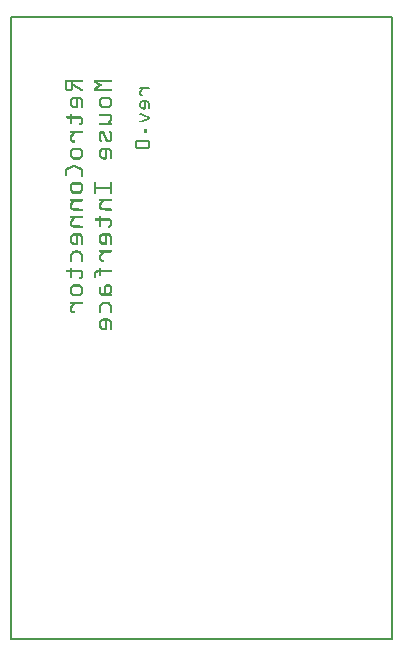
<source format=gbo>
G04 MADE WITH FRITZING*
G04 WWW.FRITZING.ORG*
G04 DOUBLE SIDED*
G04 HOLES PLATED*
G04 CONTOUR ON CENTER OF CONTOUR VECTOR*
%ASAXBY*%
%FSLAX23Y23*%
%MOIN*%
%OFA0B0*%
%SFA1.0B1.0*%
%ADD10R,1.278810X2.082280X1.262810X2.066280*%
%ADD11C,0.008000*%
%ADD12R,0.001000X0.001000*%
%LNSILK0*%
G90*
G70*
G54D11*
X4Y2078D02*
X1275Y2078D01*
X1275Y4D01*
X4Y4D01*
X4Y2078D01*
D02*
G54D12*
X185Y1869D02*
X242Y1869D01*
X281Y1869D02*
X340Y1869D01*
X185Y1868D02*
X244Y1868D01*
X281Y1868D02*
X341Y1868D01*
X185Y1867D02*
X245Y1867D01*
X281Y1867D02*
X341Y1867D01*
X185Y1866D02*
X245Y1866D01*
X281Y1866D02*
X342Y1866D01*
X185Y1865D02*
X245Y1865D01*
X281Y1865D02*
X342Y1865D01*
X185Y1864D02*
X245Y1864D01*
X281Y1864D02*
X341Y1864D01*
X185Y1863D02*
X244Y1863D01*
X281Y1863D02*
X340Y1863D01*
X185Y1862D02*
X243Y1862D01*
X281Y1862D02*
X338Y1862D01*
X185Y1861D02*
X192Y1861D01*
X205Y1861D02*
X212Y1861D01*
X281Y1861D02*
X293Y1861D01*
X185Y1860D02*
X192Y1860D01*
X205Y1860D02*
X212Y1860D01*
X281Y1860D02*
X294Y1860D01*
X185Y1859D02*
X192Y1859D01*
X205Y1859D02*
X212Y1859D01*
X283Y1859D02*
X296Y1859D01*
X185Y1858D02*
X192Y1858D01*
X205Y1858D02*
X212Y1858D01*
X284Y1858D02*
X297Y1858D01*
X185Y1857D02*
X192Y1857D01*
X205Y1857D02*
X212Y1857D01*
X286Y1857D02*
X298Y1857D01*
X185Y1856D02*
X192Y1856D01*
X205Y1856D02*
X212Y1856D01*
X287Y1856D02*
X300Y1856D01*
X185Y1855D02*
X192Y1855D01*
X205Y1855D02*
X213Y1855D01*
X288Y1855D02*
X301Y1855D01*
X185Y1854D02*
X192Y1854D01*
X205Y1854D02*
X215Y1854D01*
X290Y1854D02*
X306Y1854D01*
X185Y1853D02*
X192Y1853D01*
X205Y1853D02*
X217Y1853D01*
X291Y1853D02*
X307Y1853D01*
X185Y1852D02*
X192Y1852D01*
X205Y1852D02*
X218Y1852D01*
X293Y1852D02*
X308Y1852D01*
X185Y1851D02*
X192Y1851D01*
X205Y1851D02*
X220Y1851D01*
X294Y1851D02*
X308Y1851D01*
X185Y1850D02*
X192Y1850D01*
X205Y1850D02*
X222Y1850D01*
X295Y1850D02*
X308Y1850D01*
X185Y1849D02*
X192Y1849D01*
X205Y1849D02*
X223Y1849D01*
X293Y1849D02*
X308Y1849D01*
X185Y1848D02*
X192Y1848D01*
X205Y1848D02*
X225Y1848D01*
X292Y1848D02*
X307Y1848D01*
X185Y1847D02*
X192Y1847D01*
X205Y1847D02*
X227Y1847D01*
X290Y1847D02*
X306Y1847D01*
X185Y1846D02*
X192Y1846D01*
X205Y1846D02*
X212Y1846D01*
X214Y1846D02*
X229Y1846D01*
X289Y1846D02*
X302Y1846D01*
X185Y1845D02*
X192Y1845D01*
X205Y1845D02*
X212Y1845D01*
X215Y1845D02*
X230Y1845D01*
X288Y1845D02*
X300Y1845D01*
X185Y1844D02*
X192Y1844D01*
X205Y1844D02*
X212Y1844D01*
X217Y1844D02*
X232Y1844D01*
X286Y1844D02*
X299Y1844D01*
X185Y1843D02*
X192Y1843D01*
X205Y1843D02*
X212Y1843D01*
X219Y1843D02*
X234Y1843D01*
X285Y1843D02*
X298Y1843D01*
X434Y1843D02*
X465Y1843D01*
X185Y1842D02*
X192Y1842D01*
X205Y1842D02*
X212Y1842D01*
X221Y1842D02*
X235Y1842D01*
X283Y1842D02*
X296Y1842D01*
X433Y1842D02*
X466Y1842D01*
X185Y1841D02*
X192Y1841D01*
X204Y1841D02*
X211Y1841D01*
X222Y1841D02*
X237Y1841D01*
X282Y1841D02*
X295Y1841D01*
X433Y1841D02*
X466Y1841D01*
X185Y1840D02*
X192Y1840D01*
X204Y1840D02*
X211Y1840D01*
X224Y1840D02*
X239Y1840D01*
X281Y1840D02*
X293Y1840D01*
X433Y1840D02*
X466Y1840D01*
X185Y1839D02*
X193Y1839D01*
X203Y1839D02*
X211Y1839D01*
X226Y1839D02*
X241Y1839D01*
X281Y1839D02*
X292Y1839D01*
X434Y1839D02*
X465Y1839D01*
X185Y1838D02*
X211Y1838D01*
X227Y1838D02*
X242Y1838D01*
X281Y1838D02*
X340Y1838D01*
X435Y1838D02*
X464Y1838D01*
X186Y1837D02*
X210Y1837D01*
X229Y1837D02*
X244Y1837D01*
X281Y1837D02*
X341Y1837D01*
X439Y1837D02*
X446Y1837D01*
X186Y1836D02*
X210Y1836D01*
X231Y1836D02*
X244Y1836D01*
X281Y1836D02*
X341Y1836D01*
X438Y1836D02*
X445Y1836D01*
X187Y1835D02*
X209Y1835D01*
X233Y1835D02*
X245Y1835D01*
X281Y1835D02*
X342Y1835D01*
X437Y1835D02*
X444Y1835D01*
X188Y1834D02*
X208Y1834D01*
X234Y1834D02*
X245Y1834D01*
X281Y1834D02*
X342Y1834D01*
X436Y1834D02*
X443Y1834D01*
X189Y1833D02*
X207Y1833D01*
X236Y1833D02*
X245Y1833D01*
X281Y1833D02*
X341Y1833D01*
X435Y1833D02*
X442Y1833D01*
X190Y1832D02*
X206Y1832D01*
X238Y1832D02*
X244Y1832D01*
X281Y1832D02*
X341Y1832D01*
X435Y1832D02*
X442Y1832D01*
X192Y1831D02*
X204Y1831D01*
X239Y1831D02*
X243Y1831D01*
X281Y1831D02*
X339Y1831D01*
X434Y1831D02*
X441Y1831D01*
X433Y1830D02*
X440Y1830D01*
X433Y1829D02*
X439Y1829D01*
X433Y1828D02*
X438Y1828D01*
X433Y1827D02*
X438Y1827D01*
X433Y1826D02*
X438Y1826D01*
X433Y1825D02*
X438Y1825D01*
X433Y1824D02*
X438Y1824D01*
X433Y1823D02*
X438Y1823D01*
X433Y1822D02*
X438Y1822D01*
X433Y1821D02*
X439Y1821D01*
X433Y1820D02*
X440Y1820D01*
X434Y1819D02*
X445Y1819D01*
X434Y1818D02*
X445Y1818D01*
X435Y1817D02*
X446Y1817D01*
X436Y1816D02*
X445Y1816D01*
X438Y1815D02*
X445Y1815D01*
X440Y1814D02*
X444Y1814D01*
X213Y1812D02*
X234Y1812D01*
X308Y1812D02*
X332Y1812D01*
X210Y1811D02*
X236Y1811D01*
X306Y1811D02*
X334Y1811D01*
X208Y1810D02*
X238Y1810D01*
X305Y1810D02*
X335Y1810D01*
X207Y1809D02*
X239Y1809D01*
X303Y1809D02*
X336Y1809D01*
X206Y1808D02*
X240Y1808D01*
X303Y1808D02*
X337Y1808D01*
X205Y1807D02*
X241Y1807D01*
X302Y1807D02*
X338Y1807D01*
X205Y1806D02*
X242Y1806D01*
X301Y1806D02*
X339Y1806D01*
X204Y1805D02*
X242Y1805D01*
X300Y1805D02*
X340Y1805D01*
X203Y1804D02*
X213Y1804D01*
X221Y1804D02*
X228Y1804D01*
X233Y1804D02*
X243Y1804D01*
X299Y1804D02*
X309Y1804D01*
X331Y1804D02*
X340Y1804D01*
X202Y1803D02*
X211Y1803D01*
X221Y1803D02*
X228Y1803D01*
X235Y1803D02*
X244Y1803D01*
X299Y1803D02*
X308Y1803D01*
X332Y1803D02*
X341Y1803D01*
X202Y1802D02*
X211Y1802D01*
X221Y1802D02*
X228Y1802D01*
X236Y1802D02*
X244Y1802D01*
X299Y1802D02*
X307Y1802D01*
X333Y1802D02*
X341Y1802D01*
X202Y1801D02*
X210Y1801D01*
X221Y1801D02*
X228Y1801D01*
X236Y1801D02*
X244Y1801D01*
X298Y1801D02*
X306Y1801D01*
X334Y1801D02*
X341Y1801D01*
X201Y1800D02*
X209Y1800D01*
X221Y1800D02*
X228Y1800D01*
X237Y1800D02*
X245Y1800D01*
X298Y1800D02*
X305Y1800D01*
X334Y1800D02*
X342Y1800D01*
X442Y1800D02*
X457Y1800D01*
X201Y1799D02*
X208Y1799D01*
X221Y1799D02*
X228Y1799D01*
X238Y1799D02*
X245Y1799D01*
X298Y1799D02*
X305Y1799D01*
X335Y1799D02*
X342Y1799D01*
X440Y1799D02*
X460Y1799D01*
X201Y1798D02*
X208Y1798D01*
X221Y1798D02*
X228Y1798D01*
X238Y1798D02*
X245Y1798D01*
X298Y1798D02*
X305Y1798D01*
X335Y1798D02*
X342Y1798D01*
X438Y1798D02*
X461Y1798D01*
X201Y1797D02*
X208Y1797D01*
X221Y1797D02*
X228Y1797D01*
X238Y1797D02*
X245Y1797D01*
X298Y1797D02*
X305Y1797D01*
X335Y1797D02*
X342Y1797D01*
X437Y1797D02*
X462Y1797D01*
X201Y1796D02*
X208Y1796D01*
X221Y1796D02*
X228Y1796D01*
X238Y1796D02*
X245Y1796D01*
X298Y1796D02*
X305Y1796D01*
X335Y1796D02*
X342Y1796D01*
X436Y1796D02*
X463Y1796D01*
X201Y1795D02*
X208Y1795D01*
X221Y1795D02*
X228Y1795D01*
X238Y1795D02*
X245Y1795D01*
X298Y1795D02*
X305Y1795D01*
X335Y1795D02*
X342Y1795D01*
X435Y1795D02*
X464Y1795D01*
X201Y1794D02*
X208Y1794D01*
X221Y1794D02*
X228Y1794D01*
X238Y1794D02*
X245Y1794D01*
X298Y1794D02*
X305Y1794D01*
X335Y1794D02*
X342Y1794D01*
X434Y1794D02*
X443Y1794D01*
X448Y1794D02*
X454Y1794D01*
X456Y1794D02*
X465Y1794D01*
X201Y1793D02*
X208Y1793D01*
X221Y1793D02*
X228Y1793D01*
X238Y1793D02*
X245Y1793D01*
X298Y1793D02*
X305Y1793D01*
X335Y1793D02*
X342Y1793D01*
X434Y1793D02*
X441Y1793D01*
X448Y1793D02*
X453Y1793D01*
X459Y1793D02*
X465Y1793D01*
X201Y1792D02*
X208Y1792D01*
X221Y1792D02*
X228Y1792D01*
X238Y1792D02*
X245Y1792D01*
X298Y1792D02*
X305Y1792D01*
X335Y1792D02*
X342Y1792D01*
X433Y1792D02*
X440Y1792D01*
X448Y1792D02*
X453Y1792D01*
X459Y1792D02*
X466Y1792D01*
X201Y1791D02*
X208Y1791D01*
X221Y1791D02*
X228Y1791D01*
X238Y1791D02*
X245Y1791D01*
X298Y1791D02*
X305Y1791D01*
X335Y1791D02*
X342Y1791D01*
X433Y1791D02*
X439Y1791D01*
X448Y1791D02*
X453Y1791D01*
X460Y1791D02*
X466Y1791D01*
X201Y1790D02*
X208Y1790D01*
X221Y1790D02*
X228Y1790D01*
X238Y1790D02*
X245Y1790D01*
X298Y1790D02*
X305Y1790D01*
X335Y1790D02*
X342Y1790D01*
X433Y1790D02*
X438Y1790D01*
X448Y1790D02*
X453Y1790D01*
X461Y1790D02*
X466Y1790D01*
X201Y1789D02*
X208Y1789D01*
X221Y1789D02*
X228Y1789D01*
X238Y1789D02*
X245Y1789D01*
X298Y1789D02*
X305Y1789D01*
X335Y1789D02*
X342Y1789D01*
X433Y1789D02*
X438Y1789D01*
X448Y1789D02*
X453Y1789D01*
X461Y1789D02*
X466Y1789D01*
X201Y1788D02*
X208Y1788D01*
X221Y1788D02*
X228Y1788D01*
X238Y1788D02*
X245Y1788D01*
X298Y1788D02*
X305Y1788D01*
X335Y1788D02*
X342Y1788D01*
X433Y1788D02*
X438Y1788D01*
X448Y1788D02*
X453Y1788D01*
X461Y1788D02*
X466Y1788D01*
X201Y1787D02*
X208Y1787D01*
X221Y1787D02*
X228Y1787D01*
X238Y1787D02*
X245Y1787D01*
X298Y1787D02*
X305Y1787D01*
X334Y1787D02*
X342Y1787D01*
X433Y1787D02*
X438Y1787D01*
X448Y1787D02*
X453Y1787D01*
X461Y1787D02*
X466Y1787D01*
X201Y1786D02*
X209Y1786D01*
X221Y1786D02*
X228Y1786D01*
X238Y1786D02*
X245Y1786D01*
X298Y1786D02*
X306Y1786D01*
X334Y1786D02*
X341Y1786D01*
X433Y1786D02*
X438Y1786D01*
X448Y1786D02*
X453Y1786D01*
X461Y1786D02*
X466Y1786D01*
X202Y1785D02*
X209Y1785D01*
X221Y1785D02*
X228Y1785D01*
X238Y1785D02*
X245Y1785D01*
X299Y1785D02*
X306Y1785D01*
X333Y1785D02*
X341Y1785D01*
X433Y1785D02*
X438Y1785D01*
X448Y1785D02*
X453Y1785D01*
X461Y1785D02*
X466Y1785D01*
X202Y1784D02*
X210Y1784D01*
X221Y1784D02*
X228Y1784D01*
X238Y1784D02*
X245Y1784D01*
X299Y1784D02*
X307Y1784D01*
X332Y1784D02*
X341Y1784D01*
X433Y1784D02*
X438Y1784D01*
X448Y1784D02*
X453Y1784D01*
X461Y1784D02*
X466Y1784D01*
X202Y1783D02*
X211Y1783D01*
X221Y1783D02*
X228Y1783D01*
X238Y1783D02*
X245Y1783D01*
X299Y1783D02*
X308Y1783D01*
X331Y1783D02*
X340Y1783D01*
X433Y1783D02*
X438Y1783D01*
X448Y1783D02*
X453Y1783D01*
X461Y1783D02*
X466Y1783D01*
X203Y1782D02*
X212Y1782D01*
X221Y1782D02*
X228Y1782D01*
X238Y1782D02*
X245Y1782D01*
X300Y1782D02*
X310Y1782D01*
X330Y1782D02*
X340Y1782D01*
X433Y1782D02*
X438Y1782D01*
X448Y1782D02*
X453Y1782D01*
X461Y1782D02*
X466Y1782D01*
X204Y1781D02*
X228Y1781D01*
X238Y1781D02*
X245Y1781D01*
X301Y1781D02*
X339Y1781D01*
X433Y1781D02*
X438Y1781D01*
X448Y1781D02*
X453Y1781D01*
X461Y1781D02*
X466Y1781D01*
X204Y1780D02*
X228Y1780D01*
X238Y1780D02*
X245Y1780D01*
X302Y1780D02*
X338Y1780D01*
X433Y1780D02*
X438Y1780D01*
X448Y1780D02*
X453Y1780D01*
X461Y1780D02*
X466Y1780D01*
X205Y1779D02*
X228Y1779D01*
X238Y1779D02*
X245Y1779D01*
X302Y1779D02*
X337Y1779D01*
X433Y1779D02*
X439Y1779D01*
X448Y1779D02*
X453Y1779D01*
X461Y1779D02*
X466Y1779D01*
X206Y1778D02*
X228Y1778D01*
X238Y1778D02*
X245Y1778D01*
X303Y1778D02*
X336Y1778D01*
X433Y1778D02*
X440Y1778D01*
X448Y1778D02*
X453Y1778D01*
X461Y1778D02*
X466Y1778D01*
X207Y1777D02*
X228Y1777D01*
X238Y1777D02*
X245Y1777D01*
X304Y1777D02*
X335Y1777D01*
X434Y1777D02*
X441Y1777D01*
X448Y1777D02*
X453Y1777D01*
X461Y1777D02*
X466Y1777D01*
X208Y1776D02*
X228Y1776D01*
X238Y1776D02*
X245Y1776D01*
X305Y1776D02*
X334Y1776D01*
X435Y1776D02*
X453Y1776D01*
X461Y1776D02*
X466Y1776D01*
X209Y1775D02*
X227Y1775D01*
X239Y1775D02*
X244Y1775D01*
X307Y1775D02*
X333Y1775D01*
X435Y1775D02*
X453Y1775D01*
X461Y1775D02*
X466Y1775D01*
X211Y1774D02*
X226Y1774D01*
X240Y1774D02*
X243Y1774D01*
X310Y1774D02*
X330Y1774D01*
X436Y1774D02*
X453Y1774D01*
X461Y1774D02*
X466Y1774D01*
X437Y1773D02*
X453Y1773D01*
X461Y1773D02*
X466Y1773D01*
X438Y1772D02*
X453Y1772D01*
X461Y1772D02*
X466Y1772D01*
X440Y1771D02*
X452Y1771D01*
X462Y1771D02*
X465Y1771D01*
X444Y1770D02*
X450Y1770D01*
X302Y1756D02*
X302Y1756D01*
X435Y1756D02*
X442Y1756D01*
X203Y1755D02*
X206Y1755D01*
X299Y1755D02*
X331Y1755D01*
X433Y1755D02*
X444Y1755D01*
X202Y1754D02*
X207Y1754D01*
X299Y1754D02*
X335Y1754D01*
X433Y1754D02*
X446Y1754D01*
X202Y1753D02*
X208Y1753D01*
X298Y1753D02*
X337Y1753D01*
X433Y1753D02*
X448Y1753D01*
X201Y1752D02*
X208Y1752D01*
X298Y1752D02*
X338Y1752D01*
X433Y1752D02*
X451Y1752D01*
X201Y1751D02*
X208Y1751D01*
X298Y1751D02*
X339Y1751D01*
X434Y1751D02*
X453Y1751D01*
X201Y1750D02*
X208Y1750D01*
X299Y1750D02*
X340Y1750D01*
X441Y1750D02*
X455Y1750D01*
X201Y1749D02*
X208Y1749D01*
X300Y1749D02*
X340Y1749D01*
X443Y1749D02*
X458Y1749D01*
X201Y1748D02*
X208Y1748D01*
X306Y1748D02*
X341Y1748D01*
X446Y1748D02*
X460Y1748D01*
X190Y1747D02*
X237Y1747D01*
X332Y1747D02*
X341Y1747D01*
X448Y1747D02*
X462Y1747D01*
X189Y1746D02*
X239Y1746D01*
X334Y1746D02*
X341Y1746D01*
X450Y1746D02*
X464Y1746D01*
X188Y1745D02*
X241Y1745D01*
X334Y1745D02*
X342Y1745D01*
X453Y1745D02*
X466Y1745D01*
X188Y1744D02*
X242Y1744D01*
X335Y1744D02*
X342Y1744D01*
X455Y1744D02*
X466Y1744D01*
X188Y1743D02*
X242Y1743D01*
X335Y1743D02*
X342Y1743D01*
X457Y1743D02*
X466Y1743D01*
X188Y1742D02*
X243Y1742D01*
X335Y1742D02*
X342Y1742D01*
X459Y1742D02*
X466Y1742D01*
X189Y1741D02*
X244Y1741D01*
X335Y1741D02*
X342Y1741D01*
X460Y1741D02*
X466Y1741D01*
X191Y1740D02*
X244Y1740D01*
X335Y1740D02*
X342Y1740D01*
X458Y1740D02*
X466Y1740D01*
X201Y1739D02*
X208Y1739D01*
X236Y1739D02*
X245Y1739D01*
X335Y1739D02*
X342Y1739D01*
X456Y1739D02*
X466Y1739D01*
X201Y1738D02*
X208Y1738D01*
X237Y1738D02*
X245Y1738D01*
X335Y1738D02*
X342Y1738D01*
X453Y1738D02*
X466Y1738D01*
X201Y1737D02*
X208Y1737D01*
X238Y1737D02*
X245Y1737D01*
X334Y1737D02*
X342Y1737D01*
X451Y1737D02*
X465Y1737D01*
X201Y1736D02*
X208Y1736D01*
X238Y1736D02*
X245Y1736D01*
X334Y1736D02*
X341Y1736D01*
X449Y1736D02*
X463Y1736D01*
X201Y1735D02*
X208Y1735D01*
X238Y1735D02*
X245Y1735D01*
X333Y1735D02*
X341Y1735D01*
X446Y1735D02*
X461Y1735D01*
X201Y1734D02*
X208Y1734D01*
X238Y1734D02*
X245Y1734D01*
X332Y1734D02*
X341Y1734D01*
X444Y1734D02*
X458Y1734D01*
X201Y1733D02*
X208Y1733D01*
X238Y1733D02*
X245Y1733D01*
X332Y1733D02*
X340Y1733D01*
X442Y1733D02*
X456Y1733D01*
X201Y1732D02*
X208Y1732D01*
X238Y1732D02*
X245Y1732D01*
X331Y1732D02*
X340Y1732D01*
X435Y1732D02*
X454Y1732D01*
X201Y1731D02*
X208Y1731D01*
X238Y1731D02*
X245Y1731D01*
X331Y1731D02*
X339Y1731D01*
X433Y1731D02*
X452Y1731D01*
X201Y1730D02*
X208Y1730D01*
X238Y1730D02*
X245Y1730D01*
X330Y1730D02*
X338Y1730D01*
X433Y1730D02*
X449Y1730D01*
X201Y1729D02*
X208Y1729D01*
X238Y1729D02*
X245Y1729D01*
X329Y1729D02*
X338Y1729D01*
X433Y1729D02*
X447Y1729D01*
X201Y1728D02*
X208Y1728D01*
X238Y1728D02*
X245Y1728D01*
X329Y1728D02*
X337Y1728D01*
X433Y1728D02*
X445Y1728D01*
X201Y1727D02*
X208Y1727D01*
X238Y1727D02*
X245Y1727D01*
X328Y1727D02*
X336Y1727D01*
X434Y1727D02*
X442Y1727D01*
X201Y1726D02*
X208Y1726D01*
X237Y1726D02*
X245Y1726D01*
X327Y1726D02*
X336Y1726D01*
X201Y1725D02*
X208Y1725D01*
X236Y1725D02*
X244Y1725D01*
X327Y1725D02*
X335Y1725D01*
X201Y1724D02*
X208Y1724D01*
X234Y1724D02*
X244Y1724D01*
X300Y1724D02*
X340Y1724D01*
X201Y1723D02*
X208Y1723D01*
X233Y1723D02*
X244Y1723D01*
X299Y1723D02*
X341Y1723D01*
X202Y1722D02*
X207Y1722D01*
X232Y1722D02*
X243Y1722D01*
X298Y1722D02*
X341Y1722D01*
X203Y1721D02*
X206Y1721D01*
X231Y1721D02*
X242Y1721D01*
X298Y1721D02*
X342Y1721D01*
X231Y1720D02*
X242Y1720D01*
X298Y1720D02*
X342Y1720D01*
X232Y1719D02*
X240Y1719D01*
X299Y1719D02*
X341Y1719D01*
X232Y1718D02*
X239Y1718D01*
X299Y1718D02*
X340Y1718D01*
X233Y1717D02*
X237Y1717D01*
X301Y1717D02*
X339Y1717D01*
X450Y1703D02*
X457Y1703D01*
X449Y1702D02*
X458Y1702D01*
X448Y1701D02*
X458Y1701D01*
X448Y1700D02*
X459Y1700D01*
X335Y1699D02*
X335Y1699D01*
X448Y1699D02*
X459Y1699D01*
X203Y1698D02*
X243Y1698D01*
X306Y1698D02*
X309Y1698D01*
X333Y1698D02*
X337Y1698D01*
X448Y1698D02*
X459Y1698D01*
X202Y1697D02*
X244Y1697D01*
X303Y1697D02*
X311Y1697D01*
X332Y1697D02*
X338Y1697D01*
X448Y1697D02*
X459Y1697D01*
X202Y1696D02*
X245Y1696D01*
X302Y1696D02*
X313Y1696D01*
X332Y1696D02*
X339Y1696D01*
X448Y1696D02*
X459Y1696D01*
X201Y1695D02*
X245Y1695D01*
X301Y1695D02*
X314Y1695D01*
X331Y1695D02*
X339Y1695D01*
X448Y1695D02*
X459Y1695D01*
X201Y1694D02*
X245Y1694D01*
X300Y1694D02*
X315Y1694D01*
X332Y1694D02*
X340Y1694D01*
X448Y1694D02*
X458Y1694D01*
X202Y1693D02*
X245Y1693D01*
X299Y1693D02*
X316Y1693D01*
X332Y1693D02*
X340Y1693D01*
X449Y1693D02*
X458Y1693D01*
X202Y1692D02*
X244Y1692D01*
X299Y1692D02*
X316Y1692D01*
X333Y1692D02*
X341Y1692D01*
X450Y1692D02*
X457Y1692D01*
X204Y1691D02*
X242Y1691D01*
X298Y1691D02*
X317Y1691D01*
X333Y1691D02*
X341Y1691D01*
X209Y1690D02*
X219Y1690D01*
X298Y1690D02*
X306Y1690D01*
X309Y1690D02*
X317Y1690D01*
X334Y1690D02*
X341Y1690D01*
X208Y1689D02*
X218Y1689D01*
X298Y1689D02*
X305Y1689D01*
X310Y1689D02*
X318Y1689D01*
X334Y1689D02*
X342Y1689D01*
X208Y1688D02*
X217Y1688D01*
X298Y1688D02*
X305Y1688D01*
X311Y1688D02*
X318Y1688D01*
X335Y1688D02*
X342Y1688D01*
X207Y1687D02*
X216Y1687D01*
X298Y1687D02*
X305Y1687D01*
X311Y1687D02*
X319Y1687D01*
X335Y1687D02*
X342Y1687D01*
X206Y1686D02*
X215Y1686D01*
X298Y1686D02*
X305Y1686D01*
X311Y1686D02*
X319Y1686D01*
X335Y1686D02*
X342Y1686D01*
X205Y1685D02*
X215Y1685D01*
X298Y1685D02*
X305Y1685D01*
X312Y1685D02*
X319Y1685D01*
X335Y1685D02*
X342Y1685D01*
X204Y1684D02*
X214Y1684D01*
X298Y1684D02*
X305Y1684D01*
X312Y1684D02*
X320Y1684D01*
X335Y1684D02*
X342Y1684D01*
X203Y1683D02*
X213Y1683D01*
X298Y1683D02*
X305Y1683D01*
X313Y1683D02*
X320Y1683D01*
X335Y1683D02*
X342Y1683D01*
X202Y1682D02*
X212Y1682D01*
X298Y1682D02*
X305Y1682D01*
X313Y1682D02*
X321Y1682D01*
X335Y1682D02*
X342Y1682D01*
X202Y1681D02*
X211Y1681D01*
X298Y1681D02*
X305Y1681D01*
X314Y1681D02*
X321Y1681D01*
X335Y1681D02*
X342Y1681D01*
X201Y1680D02*
X210Y1680D01*
X298Y1680D02*
X305Y1680D01*
X314Y1680D02*
X322Y1680D01*
X335Y1680D02*
X342Y1680D01*
X201Y1679D02*
X209Y1679D01*
X298Y1679D02*
X305Y1679D01*
X314Y1679D02*
X322Y1679D01*
X335Y1679D02*
X342Y1679D01*
X201Y1678D02*
X209Y1678D01*
X298Y1678D02*
X305Y1678D01*
X315Y1678D02*
X322Y1678D01*
X335Y1678D02*
X342Y1678D01*
X201Y1677D02*
X208Y1677D01*
X298Y1677D02*
X305Y1677D01*
X315Y1677D02*
X323Y1677D01*
X335Y1677D02*
X342Y1677D01*
X201Y1676D02*
X208Y1676D01*
X298Y1676D02*
X305Y1676D01*
X316Y1676D02*
X323Y1676D01*
X335Y1676D02*
X342Y1676D01*
X201Y1675D02*
X208Y1675D01*
X298Y1675D02*
X305Y1675D01*
X316Y1675D02*
X324Y1675D01*
X335Y1675D02*
X342Y1675D01*
X201Y1674D02*
X208Y1674D01*
X298Y1674D02*
X305Y1674D01*
X317Y1674D02*
X324Y1674D01*
X335Y1674D02*
X342Y1674D01*
X201Y1673D02*
X208Y1673D01*
X298Y1673D02*
X305Y1673D01*
X317Y1673D02*
X325Y1673D01*
X335Y1673D02*
X342Y1673D01*
X201Y1672D02*
X208Y1672D01*
X298Y1672D02*
X305Y1672D01*
X317Y1672D02*
X325Y1672D01*
X335Y1672D02*
X342Y1672D01*
X201Y1671D02*
X208Y1671D01*
X298Y1671D02*
X305Y1671D01*
X318Y1671D02*
X326Y1671D01*
X335Y1671D02*
X342Y1671D01*
X201Y1670D02*
X208Y1670D01*
X298Y1670D02*
X305Y1670D01*
X318Y1670D02*
X326Y1670D01*
X334Y1670D02*
X341Y1670D01*
X201Y1669D02*
X209Y1669D01*
X298Y1669D02*
X306Y1669D01*
X319Y1669D02*
X327Y1669D01*
X333Y1669D02*
X341Y1669D01*
X202Y1668D02*
X210Y1668D01*
X298Y1668D02*
X307Y1668D01*
X319Y1668D02*
X341Y1668D01*
X423Y1668D02*
X463Y1668D01*
X202Y1667D02*
X216Y1667D01*
X299Y1667D02*
X307Y1667D01*
X320Y1667D02*
X341Y1667D01*
X422Y1667D02*
X464Y1667D01*
X202Y1666D02*
X217Y1666D01*
X299Y1666D02*
X308Y1666D01*
X320Y1666D02*
X340Y1666D01*
X421Y1666D02*
X465Y1666D01*
X203Y1665D02*
X218Y1665D01*
X300Y1665D02*
X308Y1665D01*
X321Y1665D02*
X339Y1665D01*
X421Y1665D02*
X466Y1665D01*
X204Y1664D02*
X218Y1664D01*
X300Y1664D02*
X308Y1664D01*
X322Y1664D02*
X339Y1664D01*
X420Y1664D02*
X466Y1664D01*
X205Y1663D02*
X218Y1663D01*
X301Y1663D02*
X308Y1663D01*
X323Y1663D02*
X337Y1663D01*
X420Y1663D02*
X466Y1663D01*
X206Y1662D02*
X218Y1662D01*
X302Y1662D02*
X307Y1662D01*
X324Y1662D02*
X336Y1662D01*
X420Y1662D02*
X425Y1662D01*
X461Y1662D02*
X466Y1662D01*
X207Y1661D02*
X217Y1661D01*
X304Y1661D02*
X305Y1661D01*
X326Y1661D02*
X334Y1661D01*
X420Y1661D02*
X425Y1661D01*
X461Y1661D02*
X466Y1661D01*
X209Y1660D02*
X216Y1660D01*
X420Y1660D02*
X425Y1660D01*
X461Y1660D02*
X466Y1660D01*
X420Y1659D02*
X425Y1659D01*
X461Y1659D02*
X466Y1659D01*
X420Y1658D02*
X425Y1658D01*
X461Y1658D02*
X466Y1658D01*
X420Y1657D02*
X425Y1657D01*
X461Y1657D02*
X466Y1657D01*
X420Y1656D02*
X425Y1656D01*
X461Y1656D02*
X466Y1656D01*
X420Y1655D02*
X425Y1655D01*
X461Y1655D02*
X466Y1655D01*
X420Y1654D02*
X425Y1654D01*
X461Y1654D02*
X466Y1654D01*
X420Y1653D02*
X425Y1653D01*
X461Y1653D02*
X466Y1653D01*
X420Y1652D02*
X425Y1652D01*
X461Y1652D02*
X466Y1652D01*
X420Y1651D02*
X425Y1651D01*
X461Y1651D02*
X466Y1651D01*
X420Y1650D02*
X425Y1650D01*
X461Y1650D02*
X466Y1650D01*
X420Y1649D02*
X425Y1649D01*
X461Y1649D02*
X466Y1649D01*
X420Y1648D02*
X425Y1648D01*
X461Y1648D02*
X466Y1648D01*
X420Y1647D02*
X425Y1647D01*
X461Y1647D02*
X466Y1647D01*
X420Y1646D02*
X425Y1646D01*
X461Y1646D02*
X466Y1646D01*
X420Y1645D02*
X425Y1645D01*
X461Y1645D02*
X466Y1645D01*
X420Y1644D02*
X466Y1644D01*
X420Y1643D02*
X466Y1643D01*
X310Y1642D02*
X330Y1642D01*
X421Y1642D02*
X465Y1642D01*
X212Y1641D02*
X235Y1641D01*
X307Y1641D02*
X333Y1641D01*
X421Y1641D02*
X465Y1641D01*
X210Y1640D02*
X237Y1640D01*
X306Y1640D02*
X334Y1640D01*
X423Y1640D02*
X464Y1640D01*
X208Y1639D02*
X238Y1639D01*
X304Y1639D02*
X336Y1639D01*
X424Y1639D02*
X462Y1639D01*
X207Y1638D02*
X239Y1638D01*
X303Y1638D02*
X337Y1638D01*
X206Y1637D02*
X240Y1637D01*
X302Y1637D02*
X337Y1637D01*
X205Y1636D02*
X241Y1636D01*
X302Y1636D02*
X338Y1636D01*
X204Y1635D02*
X242Y1635D01*
X301Y1635D02*
X339Y1635D01*
X204Y1634D02*
X243Y1634D01*
X300Y1634D02*
X310Y1634D01*
X318Y1634D02*
X325Y1634D01*
X330Y1634D02*
X340Y1634D01*
X203Y1633D02*
X212Y1633D01*
X234Y1633D02*
X243Y1633D01*
X299Y1633D02*
X308Y1633D01*
X318Y1633D02*
X325Y1633D01*
X331Y1633D02*
X340Y1633D01*
X202Y1632D02*
X211Y1632D01*
X235Y1632D02*
X244Y1632D01*
X299Y1632D02*
X307Y1632D01*
X318Y1632D02*
X325Y1632D01*
X332Y1632D02*
X341Y1632D01*
X202Y1631D02*
X210Y1631D01*
X236Y1631D02*
X244Y1631D01*
X299Y1631D02*
X307Y1631D01*
X318Y1631D02*
X325Y1631D01*
X333Y1631D02*
X341Y1631D01*
X202Y1630D02*
X209Y1630D01*
X237Y1630D02*
X244Y1630D01*
X298Y1630D02*
X306Y1630D01*
X318Y1630D02*
X325Y1630D01*
X334Y1630D02*
X341Y1630D01*
X201Y1629D02*
X209Y1629D01*
X237Y1629D02*
X245Y1629D01*
X298Y1629D02*
X305Y1629D01*
X318Y1629D02*
X325Y1629D01*
X334Y1629D02*
X342Y1629D01*
X201Y1628D02*
X208Y1628D01*
X238Y1628D02*
X245Y1628D01*
X298Y1628D02*
X305Y1628D01*
X318Y1628D02*
X325Y1628D01*
X335Y1628D02*
X342Y1628D01*
X201Y1627D02*
X208Y1627D01*
X238Y1627D02*
X245Y1627D01*
X298Y1627D02*
X305Y1627D01*
X318Y1627D02*
X325Y1627D01*
X335Y1627D02*
X342Y1627D01*
X201Y1626D02*
X208Y1626D01*
X238Y1626D02*
X245Y1626D01*
X298Y1626D02*
X305Y1626D01*
X318Y1626D02*
X325Y1626D01*
X335Y1626D02*
X342Y1626D01*
X201Y1625D02*
X208Y1625D01*
X238Y1625D02*
X245Y1625D01*
X298Y1625D02*
X305Y1625D01*
X318Y1625D02*
X325Y1625D01*
X335Y1625D02*
X342Y1625D01*
X201Y1624D02*
X208Y1624D01*
X238Y1624D02*
X245Y1624D01*
X298Y1624D02*
X305Y1624D01*
X318Y1624D02*
X325Y1624D01*
X335Y1624D02*
X342Y1624D01*
X201Y1623D02*
X208Y1623D01*
X238Y1623D02*
X245Y1623D01*
X298Y1623D02*
X305Y1623D01*
X318Y1623D02*
X325Y1623D01*
X335Y1623D02*
X342Y1623D01*
X201Y1622D02*
X208Y1622D01*
X238Y1622D02*
X245Y1622D01*
X298Y1622D02*
X305Y1622D01*
X318Y1622D02*
X325Y1622D01*
X335Y1622D02*
X342Y1622D01*
X201Y1621D02*
X208Y1621D01*
X238Y1621D02*
X245Y1621D01*
X298Y1621D02*
X305Y1621D01*
X318Y1621D02*
X325Y1621D01*
X335Y1621D02*
X342Y1621D01*
X201Y1620D02*
X208Y1620D01*
X238Y1620D02*
X245Y1620D01*
X298Y1620D02*
X305Y1620D01*
X318Y1620D02*
X325Y1620D01*
X335Y1620D02*
X342Y1620D01*
X201Y1619D02*
X208Y1619D01*
X238Y1619D02*
X245Y1619D01*
X298Y1619D02*
X305Y1619D01*
X318Y1619D02*
X325Y1619D01*
X335Y1619D02*
X342Y1619D01*
X201Y1618D02*
X208Y1618D01*
X238Y1618D02*
X245Y1618D01*
X298Y1618D02*
X305Y1618D01*
X318Y1618D02*
X325Y1618D01*
X335Y1618D02*
X342Y1618D01*
X201Y1617D02*
X208Y1617D01*
X238Y1617D02*
X245Y1617D01*
X298Y1617D02*
X305Y1617D01*
X318Y1617D02*
X325Y1617D01*
X335Y1617D02*
X342Y1617D01*
X201Y1616D02*
X208Y1616D01*
X238Y1616D02*
X245Y1616D01*
X298Y1616D02*
X305Y1616D01*
X318Y1616D02*
X325Y1616D01*
X335Y1616D02*
X342Y1616D01*
X201Y1615D02*
X209Y1615D01*
X237Y1615D02*
X245Y1615D01*
X298Y1615D02*
X306Y1615D01*
X318Y1615D02*
X325Y1615D01*
X335Y1615D02*
X342Y1615D01*
X202Y1614D02*
X209Y1614D01*
X237Y1614D02*
X244Y1614D01*
X299Y1614D02*
X307Y1614D01*
X318Y1614D02*
X325Y1614D01*
X335Y1614D02*
X342Y1614D01*
X202Y1613D02*
X210Y1613D01*
X236Y1613D02*
X244Y1613D01*
X299Y1613D02*
X307Y1613D01*
X318Y1613D02*
X325Y1613D01*
X335Y1613D02*
X342Y1613D01*
X202Y1612D02*
X211Y1612D01*
X235Y1612D02*
X244Y1612D01*
X299Y1612D02*
X309Y1612D01*
X318Y1612D02*
X325Y1612D01*
X335Y1612D02*
X342Y1612D01*
X203Y1611D02*
X213Y1611D01*
X234Y1611D02*
X243Y1611D01*
X300Y1611D02*
X311Y1611D01*
X318Y1611D02*
X325Y1611D01*
X335Y1611D02*
X342Y1611D01*
X204Y1610D02*
X242Y1610D01*
X301Y1610D02*
X325Y1610D01*
X335Y1610D02*
X342Y1610D01*
X205Y1609D02*
X242Y1609D01*
X302Y1609D02*
X325Y1609D01*
X335Y1609D02*
X342Y1609D01*
X205Y1608D02*
X241Y1608D01*
X303Y1608D02*
X325Y1608D01*
X335Y1608D02*
X342Y1608D01*
X206Y1607D02*
X240Y1607D01*
X303Y1607D02*
X325Y1607D01*
X335Y1607D02*
X342Y1607D01*
X207Y1606D02*
X239Y1606D01*
X304Y1606D02*
X325Y1606D01*
X335Y1606D02*
X341Y1606D01*
X208Y1605D02*
X238Y1605D01*
X306Y1605D02*
X324Y1605D01*
X335Y1605D02*
X341Y1605D01*
X210Y1604D02*
X236Y1604D01*
X307Y1604D02*
X324Y1604D01*
X336Y1604D02*
X340Y1604D01*
X212Y1603D02*
X234Y1603D01*
X312Y1603D02*
X321Y1603D01*
X210Y1584D02*
X219Y1584D01*
X208Y1583D02*
X222Y1583D01*
X205Y1582D02*
X224Y1582D01*
X203Y1581D02*
X226Y1581D01*
X201Y1580D02*
X228Y1580D01*
X199Y1579D02*
X230Y1579D01*
X197Y1578D02*
X232Y1578D01*
X195Y1577D02*
X234Y1577D01*
X193Y1576D02*
X210Y1576D01*
X219Y1576D02*
X236Y1576D01*
X191Y1575D02*
X208Y1575D01*
X221Y1575D02*
X238Y1575D01*
X190Y1574D02*
X206Y1574D01*
X223Y1574D02*
X240Y1574D01*
X188Y1573D02*
X204Y1573D01*
X225Y1573D02*
X241Y1573D01*
X187Y1572D02*
X202Y1572D01*
X227Y1572D02*
X242Y1572D01*
X187Y1571D02*
X200Y1571D01*
X229Y1571D02*
X243Y1571D01*
X186Y1570D02*
X198Y1570D01*
X231Y1570D02*
X243Y1570D01*
X186Y1569D02*
X196Y1569D01*
X233Y1569D02*
X244Y1569D01*
X185Y1568D02*
X194Y1568D01*
X235Y1568D02*
X244Y1568D01*
X185Y1567D02*
X193Y1567D01*
X237Y1567D02*
X245Y1567D01*
X185Y1566D02*
X192Y1566D01*
X238Y1566D02*
X245Y1566D01*
X185Y1565D02*
X192Y1565D01*
X238Y1565D02*
X245Y1565D01*
X185Y1564D02*
X192Y1564D01*
X238Y1564D02*
X245Y1564D01*
X185Y1563D02*
X192Y1563D01*
X238Y1563D02*
X245Y1563D01*
X185Y1562D02*
X192Y1562D01*
X238Y1562D02*
X245Y1562D01*
X185Y1561D02*
X192Y1561D01*
X238Y1561D02*
X245Y1561D01*
X185Y1560D02*
X192Y1560D01*
X238Y1560D02*
X245Y1560D01*
X185Y1559D02*
X192Y1559D01*
X238Y1559D02*
X245Y1559D01*
X185Y1558D02*
X192Y1558D01*
X238Y1558D02*
X245Y1558D01*
X185Y1557D02*
X192Y1557D01*
X238Y1557D02*
X245Y1557D01*
X185Y1556D02*
X192Y1556D01*
X238Y1556D02*
X245Y1556D01*
X185Y1555D02*
X192Y1555D01*
X238Y1555D02*
X245Y1555D01*
X185Y1554D02*
X192Y1554D01*
X238Y1554D02*
X245Y1554D01*
X185Y1553D02*
X192Y1553D01*
X238Y1553D02*
X245Y1553D01*
X185Y1552D02*
X192Y1552D01*
X238Y1552D02*
X245Y1552D01*
X185Y1551D02*
X192Y1551D01*
X238Y1551D02*
X245Y1551D01*
X185Y1550D02*
X191Y1550D01*
X238Y1550D02*
X245Y1550D01*
X185Y1549D02*
X191Y1549D01*
X238Y1549D02*
X245Y1549D01*
X185Y1548D02*
X191Y1548D01*
X238Y1548D02*
X245Y1548D01*
X186Y1547D02*
X190Y1547D01*
X239Y1547D02*
X244Y1547D01*
X187Y1546D02*
X189Y1546D01*
X240Y1546D02*
X243Y1546D01*
X284Y1528D02*
X286Y1528D01*
X337Y1528D02*
X339Y1528D01*
X211Y1527D02*
X235Y1527D01*
X282Y1527D02*
X287Y1527D01*
X336Y1527D02*
X341Y1527D01*
X209Y1526D02*
X237Y1526D01*
X282Y1526D02*
X288Y1526D01*
X335Y1526D02*
X341Y1526D01*
X208Y1525D02*
X238Y1525D01*
X281Y1525D02*
X288Y1525D01*
X335Y1525D02*
X342Y1525D01*
X207Y1524D02*
X239Y1524D01*
X281Y1524D02*
X288Y1524D01*
X335Y1524D02*
X342Y1524D01*
X206Y1523D02*
X240Y1523D01*
X281Y1523D02*
X288Y1523D01*
X335Y1523D02*
X342Y1523D01*
X205Y1522D02*
X241Y1522D01*
X281Y1522D02*
X288Y1522D01*
X335Y1522D02*
X342Y1522D01*
X204Y1521D02*
X242Y1521D01*
X281Y1521D02*
X288Y1521D01*
X335Y1521D02*
X342Y1521D01*
X203Y1520D02*
X243Y1520D01*
X281Y1520D02*
X288Y1520D01*
X335Y1520D02*
X342Y1520D01*
X203Y1519D02*
X212Y1519D01*
X234Y1519D02*
X243Y1519D01*
X281Y1519D02*
X288Y1519D01*
X335Y1519D02*
X342Y1519D01*
X202Y1518D02*
X211Y1518D01*
X235Y1518D02*
X244Y1518D01*
X281Y1518D02*
X288Y1518D01*
X335Y1518D02*
X342Y1518D01*
X202Y1517D02*
X210Y1517D01*
X236Y1517D02*
X244Y1517D01*
X281Y1517D02*
X288Y1517D01*
X335Y1517D02*
X342Y1517D01*
X202Y1516D02*
X209Y1516D01*
X237Y1516D02*
X245Y1516D01*
X281Y1516D02*
X288Y1516D01*
X335Y1516D02*
X342Y1516D01*
X201Y1515D02*
X209Y1515D01*
X237Y1515D02*
X245Y1515D01*
X281Y1515D02*
X288Y1515D01*
X335Y1515D02*
X342Y1515D01*
X201Y1514D02*
X208Y1514D01*
X238Y1514D02*
X245Y1514D01*
X281Y1514D02*
X288Y1514D01*
X335Y1514D02*
X342Y1514D01*
X201Y1513D02*
X208Y1513D01*
X238Y1513D02*
X245Y1513D01*
X281Y1513D02*
X288Y1513D01*
X335Y1513D02*
X342Y1513D01*
X201Y1512D02*
X208Y1512D01*
X238Y1512D02*
X245Y1512D01*
X281Y1512D02*
X342Y1512D01*
X201Y1511D02*
X208Y1511D01*
X238Y1511D02*
X245Y1511D01*
X281Y1511D02*
X342Y1511D01*
X201Y1510D02*
X208Y1510D01*
X238Y1510D02*
X245Y1510D01*
X281Y1510D02*
X342Y1510D01*
X201Y1509D02*
X208Y1509D01*
X238Y1509D02*
X245Y1509D01*
X281Y1509D02*
X342Y1509D01*
X201Y1508D02*
X208Y1508D01*
X238Y1508D02*
X245Y1508D01*
X281Y1508D02*
X342Y1508D01*
X201Y1507D02*
X208Y1507D01*
X238Y1507D02*
X245Y1507D01*
X281Y1507D02*
X342Y1507D01*
X201Y1506D02*
X208Y1506D01*
X238Y1506D02*
X245Y1506D01*
X281Y1506D02*
X342Y1506D01*
X201Y1505D02*
X208Y1505D01*
X238Y1505D02*
X245Y1505D01*
X281Y1505D02*
X342Y1505D01*
X201Y1504D02*
X208Y1504D01*
X238Y1504D02*
X245Y1504D01*
X281Y1504D02*
X288Y1504D01*
X335Y1504D02*
X342Y1504D01*
X201Y1503D02*
X208Y1503D01*
X238Y1503D02*
X245Y1503D01*
X281Y1503D02*
X288Y1503D01*
X335Y1503D02*
X342Y1503D01*
X201Y1502D02*
X208Y1502D01*
X238Y1502D02*
X245Y1502D01*
X281Y1502D02*
X288Y1502D01*
X335Y1502D02*
X342Y1502D01*
X201Y1501D02*
X209Y1501D01*
X237Y1501D02*
X245Y1501D01*
X281Y1501D02*
X288Y1501D01*
X335Y1501D02*
X342Y1501D01*
X202Y1500D02*
X210Y1500D01*
X236Y1500D02*
X244Y1500D01*
X281Y1500D02*
X288Y1500D01*
X335Y1500D02*
X342Y1500D01*
X202Y1499D02*
X210Y1499D01*
X236Y1499D02*
X244Y1499D01*
X281Y1499D02*
X288Y1499D01*
X335Y1499D02*
X342Y1499D01*
X203Y1498D02*
X211Y1498D01*
X235Y1498D02*
X244Y1498D01*
X281Y1498D02*
X288Y1498D01*
X335Y1498D02*
X342Y1498D01*
X203Y1497D02*
X213Y1497D01*
X233Y1497D02*
X243Y1497D01*
X281Y1497D02*
X288Y1497D01*
X335Y1497D02*
X342Y1497D01*
X204Y1496D02*
X242Y1496D01*
X281Y1496D02*
X288Y1496D01*
X335Y1496D02*
X342Y1496D01*
X205Y1495D02*
X242Y1495D01*
X281Y1495D02*
X288Y1495D01*
X335Y1495D02*
X342Y1495D01*
X205Y1494D02*
X241Y1494D01*
X281Y1494D02*
X288Y1494D01*
X335Y1494D02*
X342Y1494D01*
X206Y1493D02*
X240Y1493D01*
X281Y1493D02*
X288Y1493D01*
X335Y1493D02*
X342Y1493D01*
X207Y1492D02*
X239Y1492D01*
X282Y1492D02*
X288Y1492D01*
X335Y1492D02*
X341Y1492D01*
X208Y1491D02*
X238Y1491D01*
X282Y1491D02*
X288Y1491D01*
X335Y1491D02*
X341Y1491D01*
X210Y1490D02*
X236Y1490D01*
X283Y1490D02*
X287Y1490D01*
X336Y1490D02*
X340Y1490D01*
X213Y1489D02*
X234Y1489D01*
X300Y1471D02*
X339Y1471D01*
X203Y1470D02*
X243Y1470D01*
X299Y1470D02*
X341Y1470D01*
X202Y1469D02*
X244Y1469D01*
X298Y1469D02*
X341Y1469D01*
X201Y1468D02*
X245Y1468D01*
X298Y1468D02*
X342Y1468D01*
X201Y1467D02*
X245Y1467D01*
X298Y1467D02*
X342Y1467D01*
X201Y1466D02*
X245Y1466D01*
X298Y1466D02*
X341Y1466D01*
X202Y1465D02*
X244Y1465D01*
X299Y1465D02*
X341Y1465D01*
X203Y1464D02*
X244Y1464D01*
X300Y1464D02*
X340Y1464D01*
X205Y1463D02*
X241Y1463D01*
X304Y1463D02*
X313Y1463D01*
X207Y1462D02*
X216Y1462D01*
X304Y1462D02*
X312Y1462D01*
X207Y1461D02*
X215Y1461D01*
X303Y1461D02*
X312Y1461D01*
X206Y1460D02*
X215Y1460D01*
X302Y1460D02*
X311Y1460D01*
X205Y1459D02*
X214Y1459D01*
X302Y1459D02*
X310Y1459D01*
X205Y1458D02*
X213Y1458D01*
X301Y1458D02*
X310Y1458D01*
X204Y1457D02*
X213Y1457D01*
X301Y1457D02*
X309Y1457D01*
X203Y1456D02*
X212Y1456D01*
X300Y1456D02*
X308Y1456D01*
X203Y1455D02*
X211Y1455D01*
X299Y1455D02*
X308Y1455D01*
X202Y1454D02*
X211Y1454D01*
X299Y1454D02*
X307Y1454D01*
X202Y1453D02*
X210Y1453D01*
X299Y1453D02*
X306Y1453D01*
X202Y1452D02*
X209Y1452D01*
X298Y1452D02*
X306Y1452D01*
X201Y1451D02*
X209Y1451D01*
X298Y1451D02*
X305Y1451D01*
X201Y1450D02*
X208Y1450D01*
X298Y1450D02*
X305Y1450D01*
X201Y1449D02*
X208Y1449D01*
X298Y1449D02*
X305Y1449D01*
X201Y1448D02*
X208Y1448D01*
X298Y1448D02*
X305Y1448D01*
X201Y1447D02*
X208Y1447D01*
X298Y1447D02*
X305Y1447D01*
X201Y1446D02*
X208Y1446D01*
X298Y1446D02*
X305Y1446D01*
X201Y1445D02*
X208Y1445D01*
X298Y1445D02*
X305Y1445D01*
X201Y1444D02*
X208Y1444D01*
X298Y1444D02*
X305Y1444D01*
X201Y1443D02*
X209Y1443D01*
X298Y1443D02*
X306Y1443D01*
X202Y1442D02*
X209Y1442D01*
X298Y1442D02*
X307Y1442D01*
X202Y1441D02*
X211Y1441D01*
X299Y1441D02*
X315Y1441D01*
X202Y1440D02*
X231Y1440D01*
X299Y1440D02*
X339Y1440D01*
X203Y1439D02*
X243Y1439D01*
X300Y1439D02*
X340Y1439D01*
X203Y1438D02*
X244Y1438D01*
X300Y1438D02*
X341Y1438D01*
X204Y1437D02*
X245Y1437D01*
X301Y1437D02*
X342Y1437D01*
X205Y1436D02*
X245Y1436D01*
X302Y1436D02*
X342Y1436D01*
X206Y1435D02*
X245Y1435D01*
X304Y1435D02*
X341Y1435D01*
X208Y1434D02*
X244Y1434D01*
X306Y1434D02*
X341Y1434D01*
X211Y1433D02*
X244Y1433D01*
X318Y1433D02*
X340Y1433D01*
X235Y1432D02*
X242Y1432D01*
X206Y1414D02*
X240Y1414D01*
X300Y1414D02*
X303Y1414D01*
X203Y1413D02*
X243Y1413D01*
X299Y1413D02*
X304Y1413D01*
X202Y1412D02*
X244Y1412D01*
X298Y1412D02*
X305Y1412D01*
X201Y1411D02*
X245Y1411D01*
X298Y1411D02*
X305Y1411D01*
X201Y1410D02*
X245Y1410D01*
X298Y1410D02*
X305Y1410D01*
X201Y1409D02*
X245Y1409D01*
X298Y1409D02*
X305Y1409D01*
X202Y1408D02*
X244Y1408D01*
X298Y1408D02*
X305Y1408D01*
X203Y1407D02*
X243Y1407D01*
X298Y1407D02*
X305Y1407D01*
X207Y1406D02*
X217Y1406D01*
X286Y1406D02*
X334Y1406D01*
X207Y1405D02*
X216Y1405D01*
X285Y1405D02*
X336Y1405D01*
X207Y1404D02*
X215Y1404D01*
X285Y1404D02*
X337Y1404D01*
X206Y1403D02*
X214Y1403D01*
X285Y1403D02*
X338Y1403D01*
X205Y1402D02*
X214Y1402D01*
X285Y1402D02*
X339Y1402D01*
X205Y1401D02*
X213Y1401D01*
X285Y1401D02*
X340Y1401D01*
X204Y1400D02*
X213Y1400D01*
X286Y1400D02*
X341Y1400D01*
X203Y1399D02*
X212Y1399D01*
X288Y1399D02*
X341Y1399D01*
X203Y1398D02*
X211Y1398D01*
X298Y1398D02*
X305Y1398D01*
X333Y1398D02*
X341Y1398D01*
X202Y1397D02*
X211Y1397D01*
X298Y1397D02*
X305Y1397D01*
X334Y1397D02*
X341Y1397D01*
X202Y1396D02*
X210Y1396D01*
X298Y1396D02*
X305Y1396D01*
X335Y1396D02*
X342Y1396D01*
X202Y1395D02*
X209Y1395D01*
X298Y1395D02*
X305Y1395D01*
X335Y1395D02*
X342Y1395D01*
X201Y1394D02*
X209Y1394D01*
X298Y1394D02*
X305Y1394D01*
X335Y1394D02*
X342Y1394D01*
X201Y1393D02*
X208Y1393D01*
X298Y1393D02*
X305Y1393D01*
X335Y1393D02*
X342Y1393D01*
X201Y1392D02*
X208Y1392D01*
X298Y1392D02*
X305Y1392D01*
X335Y1392D02*
X342Y1392D01*
X201Y1391D02*
X208Y1391D01*
X298Y1391D02*
X305Y1391D01*
X335Y1391D02*
X342Y1391D01*
X201Y1390D02*
X208Y1390D01*
X298Y1390D02*
X305Y1390D01*
X335Y1390D02*
X342Y1390D01*
X201Y1389D02*
X208Y1389D01*
X298Y1389D02*
X305Y1389D01*
X335Y1389D02*
X342Y1389D01*
X201Y1388D02*
X208Y1388D01*
X298Y1388D02*
X305Y1388D01*
X335Y1388D02*
X342Y1388D01*
X201Y1387D02*
X208Y1387D01*
X298Y1387D02*
X305Y1387D01*
X335Y1387D02*
X342Y1387D01*
X201Y1386D02*
X209Y1386D01*
X298Y1386D02*
X305Y1386D01*
X335Y1386D02*
X342Y1386D01*
X202Y1385D02*
X209Y1385D01*
X298Y1385D02*
X305Y1385D01*
X334Y1385D02*
X341Y1385D01*
X202Y1384D02*
X211Y1384D01*
X298Y1384D02*
X305Y1384D01*
X333Y1384D02*
X341Y1384D01*
X202Y1383D02*
X234Y1383D01*
X298Y1383D02*
X305Y1383D01*
X331Y1383D02*
X341Y1383D01*
X203Y1382D02*
X243Y1382D01*
X298Y1382D02*
X305Y1382D01*
X329Y1382D02*
X340Y1382D01*
X203Y1381D02*
X244Y1381D01*
X299Y1381D02*
X304Y1381D01*
X329Y1381D02*
X340Y1381D01*
X204Y1380D02*
X245Y1380D01*
X300Y1380D02*
X303Y1380D01*
X328Y1380D02*
X339Y1380D01*
X205Y1379D02*
X245Y1379D01*
X328Y1379D02*
X338Y1379D01*
X206Y1378D02*
X245Y1378D01*
X328Y1378D02*
X337Y1378D01*
X208Y1377D02*
X244Y1377D01*
X329Y1377D02*
X336Y1377D01*
X211Y1376D02*
X244Y1376D01*
X330Y1376D02*
X334Y1376D01*
X238Y1375D02*
X242Y1375D01*
X215Y1357D02*
X232Y1357D01*
X309Y1357D02*
X331Y1357D01*
X211Y1356D02*
X236Y1356D01*
X307Y1356D02*
X333Y1356D01*
X209Y1355D02*
X237Y1355D01*
X305Y1355D02*
X335Y1355D01*
X208Y1354D02*
X239Y1354D01*
X304Y1354D02*
X336Y1354D01*
X207Y1353D02*
X240Y1353D01*
X303Y1353D02*
X337Y1353D01*
X206Y1352D02*
X241Y1352D01*
X302Y1352D02*
X338Y1352D01*
X205Y1351D02*
X241Y1351D01*
X301Y1351D02*
X339Y1351D01*
X204Y1350D02*
X242Y1350D01*
X300Y1350D02*
X339Y1350D01*
X203Y1349D02*
X214Y1349D01*
X221Y1349D02*
X229Y1349D01*
X232Y1349D02*
X243Y1349D01*
X300Y1349D02*
X309Y1349D01*
X318Y1349D02*
X325Y1349D01*
X331Y1349D02*
X340Y1349D01*
X203Y1348D02*
X212Y1348D01*
X221Y1348D02*
X228Y1348D01*
X234Y1348D02*
X244Y1348D01*
X299Y1348D02*
X308Y1348D01*
X318Y1348D02*
X325Y1348D01*
X332Y1348D02*
X341Y1348D01*
X202Y1347D02*
X211Y1347D01*
X221Y1347D02*
X228Y1347D01*
X235Y1347D02*
X244Y1347D01*
X299Y1347D02*
X307Y1347D01*
X318Y1347D02*
X325Y1347D01*
X333Y1347D02*
X341Y1347D01*
X202Y1346D02*
X210Y1346D01*
X221Y1346D02*
X228Y1346D01*
X236Y1346D02*
X244Y1346D01*
X298Y1346D02*
X306Y1346D01*
X318Y1346D02*
X325Y1346D01*
X333Y1346D02*
X341Y1346D01*
X202Y1345D02*
X209Y1345D01*
X221Y1345D02*
X228Y1345D01*
X237Y1345D02*
X245Y1345D01*
X298Y1345D02*
X306Y1345D01*
X318Y1345D02*
X325Y1345D01*
X334Y1345D02*
X342Y1345D01*
X201Y1344D02*
X209Y1344D01*
X221Y1344D02*
X228Y1344D01*
X238Y1344D02*
X245Y1344D01*
X298Y1344D02*
X305Y1344D01*
X318Y1344D02*
X325Y1344D01*
X335Y1344D02*
X342Y1344D01*
X201Y1343D02*
X208Y1343D01*
X221Y1343D02*
X228Y1343D01*
X238Y1343D02*
X245Y1343D01*
X298Y1343D02*
X305Y1343D01*
X318Y1343D02*
X325Y1343D01*
X335Y1343D02*
X342Y1343D01*
X201Y1342D02*
X208Y1342D01*
X221Y1342D02*
X228Y1342D01*
X238Y1342D02*
X245Y1342D01*
X298Y1342D02*
X305Y1342D01*
X318Y1342D02*
X325Y1342D01*
X335Y1342D02*
X342Y1342D01*
X201Y1341D02*
X208Y1341D01*
X221Y1341D02*
X228Y1341D01*
X238Y1341D02*
X245Y1341D01*
X298Y1341D02*
X305Y1341D01*
X318Y1341D02*
X325Y1341D01*
X335Y1341D02*
X342Y1341D01*
X201Y1340D02*
X208Y1340D01*
X221Y1340D02*
X228Y1340D01*
X238Y1340D02*
X245Y1340D01*
X298Y1340D02*
X305Y1340D01*
X318Y1340D02*
X325Y1340D01*
X335Y1340D02*
X342Y1340D01*
X201Y1339D02*
X208Y1339D01*
X221Y1339D02*
X228Y1339D01*
X238Y1339D02*
X245Y1339D01*
X298Y1339D02*
X305Y1339D01*
X318Y1339D02*
X325Y1339D01*
X335Y1339D02*
X342Y1339D01*
X201Y1338D02*
X208Y1338D01*
X221Y1338D02*
X228Y1338D01*
X238Y1338D02*
X245Y1338D01*
X298Y1338D02*
X305Y1338D01*
X318Y1338D02*
X325Y1338D01*
X335Y1338D02*
X342Y1338D01*
X201Y1337D02*
X208Y1337D01*
X221Y1337D02*
X228Y1337D01*
X238Y1337D02*
X245Y1337D01*
X298Y1337D02*
X305Y1337D01*
X318Y1337D02*
X325Y1337D01*
X335Y1337D02*
X342Y1337D01*
X201Y1336D02*
X208Y1336D01*
X221Y1336D02*
X228Y1336D01*
X238Y1336D02*
X245Y1336D01*
X298Y1336D02*
X305Y1336D01*
X318Y1336D02*
X325Y1336D01*
X335Y1336D02*
X342Y1336D01*
X201Y1335D02*
X208Y1335D01*
X221Y1335D02*
X228Y1335D01*
X238Y1335D02*
X245Y1335D01*
X298Y1335D02*
X305Y1335D01*
X318Y1335D02*
X325Y1335D01*
X335Y1335D02*
X342Y1335D01*
X201Y1334D02*
X208Y1334D01*
X221Y1334D02*
X228Y1334D01*
X238Y1334D02*
X245Y1334D01*
X298Y1334D02*
X305Y1334D01*
X318Y1334D02*
X325Y1334D01*
X335Y1334D02*
X342Y1334D01*
X201Y1333D02*
X208Y1333D01*
X221Y1333D02*
X228Y1333D01*
X238Y1333D02*
X245Y1333D01*
X298Y1333D02*
X305Y1333D01*
X318Y1333D02*
X325Y1333D01*
X335Y1333D02*
X342Y1333D01*
X201Y1332D02*
X208Y1332D01*
X221Y1332D02*
X228Y1332D01*
X238Y1332D02*
X245Y1332D01*
X298Y1332D02*
X305Y1332D01*
X318Y1332D02*
X325Y1332D01*
X335Y1332D02*
X342Y1332D01*
X201Y1331D02*
X209Y1331D01*
X221Y1331D02*
X228Y1331D01*
X238Y1331D02*
X245Y1331D01*
X298Y1331D02*
X306Y1331D01*
X318Y1331D02*
X325Y1331D01*
X335Y1331D02*
X342Y1331D01*
X202Y1330D02*
X209Y1330D01*
X221Y1330D02*
X228Y1330D01*
X238Y1330D02*
X245Y1330D01*
X298Y1330D02*
X306Y1330D01*
X318Y1330D02*
X325Y1330D01*
X335Y1330D02*
X342Y1330D01*
X202Y1329D02*
X210Y1329D01*
X221Y1329D02*
X228Y1329D01*
X238Y1329D02*
X245Y1329D01*
X299Y1329D02*
X307Y1329D01*
X318Y1329D02*
X325Y1329D01*
X335Y1329D02*
X342Y1329D01*
X202Y1328D02*
X211Y1328D01*
X221Y1328D02*
X228Y1328D01*
X238Y1328D02*
X245Y1328D01*
X299Y1328D02*
X308Y1328D01*
X318Y1328D02*
X325Y1328D01*
X335Y1328D02*
X342Y1328D01*
X203Y1327D02*
X212Y1327D01*
X221Y1327D02*
X228Y1327D01*
X238Y1327D02*
X245Y1327D01*
X300Y1327D02*
X309Y1327D01*
X318Y1327D02*
X325Y1327D01*
X335Y1327D02*
X342Y1327D01*
X203Y1326D02*
X213Y1326D01*
X221Y1326D02*
X228Y1326D01*
X238Y1326D02*
X245Y1326D01*
X300Y1326D02*
X325Y1326D01*
X335Y1326D02*
X342Y1326D01*
X204Y1325D02*
X228Y1325D01*
X238Y1325D02*
X245Y1325D01*
X301Y1325D02*
X325Y1325D01*
X335Y1325D02*
X342Y1325D01*
X205Y1324D02*
X228Y1324D01*
X238Y1324D02*
X245Y1324D01*
X302Y1324D02*
X325Y1324D01*
X335Y1324D02*
X342Y1324D01*
X206Y1323D02*
X228Y1323D01*
X238Y1323D02*
X245Y1323D01*
X303Y1323D02*
X325Y1323D01*
X335Y1323D02*
X342Y1323D01*
X207Y1322D02*
X228Y1322D01*
X238Y1322D02*
X245Y1322D01*
X304Y1322D02*
X325Y1322D01*
X335Y1322D02*
X342Y1322D01*
X208Y1321D02*
X228Y1321D01*
X238Y1321D02*
X245Y1321D01*
X305Y1321D02*
X325Y1321D01*
X335Y1321D02*
X341Y1321D01*
X209Y1320D02*
X228Y1320D01*
X239Y1320D02*
X244Y1320D01*
X306Y1320D02*
X324Y1320D01*
X336Y1320D02*
X341Y1320D01*
X210Y1319D02*
X227Y1319D01*
X239Y1319D02*
X244Y1319D01*
X309Y1319D02*
X323Y1319D01*
X337Y1319D02*
X340Y1319D01*
X214Y1318D02*
X225Y1318D01*
X241Y1318D02*
X242Y1318D01*
X217Y1300D02*
X229Y1300D01*
X300Y1300D02*
X340Y1300D01*
X214Y1299D02*
X232Y1299D01*
X299Y1299D02*
X341Y1299D01*
X212Y1298D02*
X234Y1298D01*
X298Y1298D02*
X341Y1298D01*
X211Y1297D02*
X235Y1297D01*
X298Y1297D02*
X342Y1297D01*
X210Y1296D02*
X236Y1296D01*
X298Y1296D02*
X342Y1296D01*
X209Y1295D02*
X237Y1295D01*
X298Y1295D02*
X341Y1295D01*
X208Y1294D02*
X238Y1294D01*
X299Y1294D02*
X341Y1294D01*
X207Y1293D02*
X239Y1293D01*
X301Y1293D02*
X339Y1293D01*
X206Y1292D02*
X217Y1292D01*
X229Y1292D02*
X240Y1292D01*
X306Y1292D02*
X316Y1292D01*
X205Y1291D02*
X215Y1291D01*
X231Y1291D02*
X241Y1291D01*
X305Y1291D02*
X315Y1291D01*
X204Y1290D02*
X214Y1290D01*
X232Y1290D02*
X241Y1290D01*
X304Y1290D02*
X314Y1290D01*
X204Y1289D02*
X213Y1289D01*
X233Y1289D02*
X242Y1289D01*
X303Y1289D02*
X313Y1289D01*
X203Y1288D02*
X212Y1288D01*
X234Y1288D02*
X243Y1288D01*
X303Y1288D02*
X312Y1288D01*
X203Y1287D02*
X212Y1287D01*
X235Y1287D02*
X244Y1287D01*
X302Y1287D02*
X311Y1287D01*
X202Y1286D02*
X211Y1286D01*
X235Y1286D02*
X244Y1286D01*
X301Y1286D02*
X310Y1286D01*
X202Y1285D02*
X210Y1285D01*
X236Y1285D02*
X244Y1285D01*
X300Y1285D02*
X310Y1285D01*
X202Y1284D02*
X209Y1284D01*
X237Y1284D02*
X245Y1284D01*
X299Y1284D02*
X309Y1284D01*
X201Y1283D02*
X208Y1283D01*
X238Y1283D02*
X245Y1283D01*
X298Y1283D02*
X308Y1283D01*
X201Y1282D02*
X208Y1282D01*
X238Y1282D02*
X245Y1282D01*
X298Y1282D02*
X307Y1282D01*
X201Y1281D02*
X208Y1281D01*
X238Y1281D02*
X245Y1281D01*
X298Y1281D02*
X306Y1281D01*
X201Y1280D02*
X208Y1280D01*
X238Y1280D02*
X245Y1280D01*
X298Y1280D02*
X305Y1280D01*
X201Y1279D02*
X208Y1279D01*
X238Y1279D02*
X245Y1279D01*
X298Y1279D02*
X305Y1279D01*
X201Y1278D02*
X208Y1278D01*
X238Y1278D02*
X245Y1278D01*
X298Y1278D02*
X305Y1278D01*
X201Y1277D02*
X208Y1277D01*
X238Y1277D02*
X245Y1277D01*
X298Y1277D02*
X305Y1277D01*
X201Y1276D02*
X208Y1276D01*
X238Y1276D02*
X245Y1276D01*
X298Y1276D02*
X305Y1276D01*
X201Y1275D02*
X208Y1275D01*
X238Y1275D02*
X245Y1275D01*
X298Y1275D02*
X305Y1275D01*
X201Y1274D02*
X208Y1274D01*
X238Y1274D02*
X245Y1274D01*
X298Y1274D02*
X305Y1274D01*
X201Y1273D02*
X208Y1273D01*
X238Y1273D02*
X245Y1273D01*
X298Y1273D02*
X305Y1273D01*
X201Y1272D02*
X208Y1272D01*
X238Y1272D02*
X245Y1272D01*
X298Y1272D02*
X305Y1272D01*
X201Y1271D02*
X208Y1271D01*
X238Y1271D02*
X245Y1271D01*
X298Y1271D02*
X306Y1271D01*
X201Y1270D02*
X208Y1270D01*
X238Y1270D02*
X245Y1270D01*
X299Y1270D02*
X307Y1270D01*
X201Y1269D02*
X208Y1269D01*
X238Y1269D02*
X245Y1269D01*
X299Y1269D02*
X313Y1269D01*
X201Y1268D02*
X208Y1268D01*
X238Y1268D02*
X245Y1268D01*
X299Y1268D02*
X314Y1268D01*
X201Y1267D02*
X208Y1267D01*
X238Y1267D02*
X245Y1267D01*
X300Y1267D02*
X315Y1267D01*
X201Y1266D02*
X208Y1266D01*
X238Y1266D02*
X245Y1266D01*
X301Y1266D02*
X315Y1266D01*
X201Y1265D02*
X208Y1265D01*
X238Y1265D02*
X245Y1265D01*
X302Y1265D02*
X315Y1265D01*
X201Y1264D02*
X208Y1264D01*
X238Y1264D02*
X245Y1264D01*
X303Y1264D02*
X315Y1264D01*
X202Y1263D02*
X208Y1263D01*
X239Y1263D02*
X244Y1263D01*
X304Y1263D02*
X314Y1263D01*
X203Y1262D02*
X207Y1262D01*
X239Y1262D02*
X244Y1262D01*
X307Y1262D02*
X313Y1262D01*
X204Y1243D02*
X205Y1243D01*
X202Y1242D02*
X207Y1242D01*
X202Y1241D02*
X208Y1241D01*
X300Y1241D02*
X303Y1241D01*
X201Y1240D02*
X208Y1240D01*
X299Y1240D02*
X304Y1240D01*
X201Y1239D02*
X208Y1239D01*
X298Y1239D02*
X305Y1239D01*
X201Y1238D02*
X208Y1238D01*
X298Y1238D02*
X305Y1238D01*
X201Y1237D02*
X208Y1237D01*
X298Y1237D02*
X305Y1237D01*
X201Y1236D02*
X208Y1236D01*
X298Y1236D02*
X305Y1236D01*
X190Y1235D02*
X236Y1235D01*
X298Y1235D02*
X305Y1235D01*
X189Y1234D02*
X239Y1234D01*
X294Y1234D02*
X338Y1234D01*
X188Y1233D02*
X240Y1233D01*
X290Y1233D02*
X340Y1233D01*
X188Y1232D02*
X241Y1232D01*
X288Y1232D02*
X341Y1232D01*
X188Y1231D02*
X242Y1231D01*
X287Y1231D02*
X342Y1231D01*
X188Y1230D02*
X243Y1230D01*
X285Y1230D02*
X342Y1230D01*
X189Y1229D02*
X244Y1229D01*
X285Y1229D02*
X341Y1229D01*
X190Y1228D02*
X244Y1228D01*
X284Y1228D02*
X341Y1228D01*
X201Y1227D02*
X208Y1227D01*
X236Y1227D02*
X244Y1227D01*
X283Y1227D02*
X340Y1227D01*
X201Y1226D02*
X208Y1226D01*
X237Y1226D02*
X245Y1226D01*
X283Y1226D02*
X293Y1226D01*
X298Y1226D02*
X305Y1226D01*
X201Y1225D02*
X208Y1225D01*
X238Y1225D02*
X245Y1225D01*
X282Y1225D02*
X291Y1225D01*
X298Y1225D02*
X305Y1225D01*
X201Y1224D02*
X208Y1224D01*
X238Y1224D02*
X245Y1224D01*
X282Y1224D02*
X290Y1224D01*
X298Y1224D02*
X305Y1224D01*
X201Y1223D02*
X208Y1223D01*
X238Y1223D02*
X245Y1223D01*
X282Y1223D02*
X289Y1223D01*
X298Y1223D02*
X305Y1223D01*
X201Y1222D02*
X208Y1222D01*
X238Y1222D02*
X245Y1222D01*
X281Y1222D02*
X289Y1222D01*
X298Y1222D02*
X305Y1222D01*
X201Y1221D02*
X208Y1221D01*
X238Y1221D02*
X245Y1221D01*
X281Y1221D02*
X288Y1221D01*
X298Y1221D02*
X305Y1221D01*
X201Y1220D02*
X208Y1220D01*
X238Y1220D02*
X245Y1220D01*
X281Y1220D02*
X288Y1220D01*
X298Y1220D02*
X305Y1220D01*
X201Y1219D02*
X208Y1219D01*
X238Y1219D02*
X245Y1219D01*
X281Y1219D02*
X288Y1219D01*
X298Y1219D02*
X305Y1219D01*
X201Y1218D02*
X208Y1218D01*
X238Y1218D02*
X245Y1218D01*
X281Y1218D02*
X288Y1218D01*
X298Y1218D02*
X305Y1218D01*
X201Y1217D02*
X208Y1217D01*
X238Y1217D02*
X245Y1217D01*
X281Y1217D02*
X288Y1217D01*
X298Y1217D02*
X305Y1217D01*
X201Y1216D02*
X208Y1216D01*
X238Y1216D02*
X245Y1216D01*
X281Y1216D02*
X288Y1216D01*
X299Y1216D02*
X304Y1216D01*
X201Y1215D02*
X208Y1215D01*
X238Y1215D02*
X245Y1215D01*
X281Y1215D02*
X288Y1215D01*
X300Y1215D02*
X303Y1215D01*
X201Y1214D02*
X208Y1214D01*
X237Y1214D02*
X245Y1214D01*
X281Y1214D02*
X288Y1214D01*
X201Y1213D02*
X208Y1213D01*
X237Y1213D02*
X245Y1213D01*
X281Y1213D02*
X288Y1213D01*
X201Y1212D02*
X208Y1212D01*
X235Y1212D02*
X244Y1212D01*
X281Y1212D02*
X288Y1212D01*
X201Y1211D02*
X208Y1211D01*
X233Y1211D02*
X244Y1211D01*
X281Y1211D02*
X288Y1211D01*
X202Y1210D02*
X208Y1210D01*
X232Y1210D02*
X243Y1210D01*
X281Y1210D02*
X288Y1210D01*
X203Y1209D02*
X207Y1209D01*
X231Y1209D02*
X243Y1209D01*
X282Y1209D02*
X288Y1209D01*
X231Y1208D02*
X242Y1208D01*
X282Y1208D02*
X287Y1208D01*
X231Y1207D02*
X241Y1207D01*
X284Y1207D02*
X286Y1207D01*
X232Y1206D02*
X240Y1206D01*
X233Y1205D02*
X238Y1205D01*
X213Y1186D02*
X233Y1186D01*
X322Y1186D02*
X334Y1186D01*
X210Y1185D02*
X236Y1185D01*
X320Y1185D02*
X336Y1185D01*
X209Y1184D02*
X238Y1184D01*
X319Y1184D02*
X338Y1184D01*
X207Y1183D02*
X239Y1183D01*
X318Y1183D02*
X339Y1183D01*
X206Y1182D02*
X240Y1182D01*
X317Y1182D02*
X339Y1182D01*
X206Y1181D02*
X241Y1181D01*
X316Y1181D02*
X340Y1181D01*
X205Y1180D02*
X242Y1180D01*
X316Y1180D02*
X341Y1180D01*
X204Y1179D02*
X242Y1179D01*
X315Y1179D02*
X341Y1179D01*
X203Y1178D02*
X213Y1178D01*
X233Y1178D02*
X243Y1178D01*
X299Y1178D02*
X304Y1178D01*
X315Y1178D02*
X323Y1178D01*
X333Y1178D02*
X341Y1178D01*
X203Y1177D02*
X212Y1177D01*
X235Y1177D02*
X244Y1177D01*
X299Y1177D02*
X304Y1177D01*
X315Y1177D02*
X322Y1177D01*
X334Y1177D02*
X342Y1177D01*
X202Y1176D02*
X211Y1176D01*
X236Y1176D02*
X244Y1176D01*
X298Y1176D02*
X305Y1176D01*
X315Y1176D02*
X322Y1176D01*
X335Y1176D02*
X342Y1176D01*
X202Y1175D02*
X210Y1175D01*
X236Y1175D02*
X244Y1175D01*
X298Y1175D02*
X305Y1175D01*
X315Y1175D02*
X322Y1175D01*
X335Y1175D02*
X342Y1175D01*
X201Y1174D02*
X209Y1174D01*
X237Y1174D02*
X245Y1174D01*
X298Y1174D02*
X305Y1174D01*
X315Y1174D02*
X322Y1174D01*
X335Y1174D02*
X342Y1174D01*
X201Y1173D02*
X208Y1173D01*
X238Y1173D02*
X245Y1173D01*
X298Y1173D02*
X305Y1173D01*
X315Y1173D02*
X322Y1173D01*
X335Y1173D02*
X342Y1173D01*
X201Y1172D02*
X208Y1172D01*
X238Y1172D02*
X245Y1172D01*
X298Y1172D02*
X305Y1172D01*
X315Y1172D02*
X322Y1172D01*
X335Y1172D02*
X342Y1172D01*
X201Y1171D02*
X208Y1171D01*
X238Y1171D02*
X245Y1171D01*
X298Y1171D02*
X305Y1171D01*
X315Y1171D02*
X322Y1171D01*
X335Y1171D02*
X342Y1171D01*
X201Y1170D02*
X208Y1170D01*
X238Y1170D02*
X245Y1170D01*
X298Y1170D02*
X305Y1170D01*
X315Y1170D02*
X322Y1170D01*
X335Y1170D02*
X342Y1170D01*
X201Y1169D02*
X208Y1169D01*
X238Y1169D02*
X245Y1169D01*
X298Y1169D02*
X305Y1169D01*
X315Y1169D02*
X322Y1169D01*
X335Y1169D02*
X342Y1169D01*
X201Y1168D02*
X208Y1168D01*
X238Y1168D02*
X245Y1168D01*
X298Y1168D02*
X305Y1168D01*
X315Y1168D02*
X322Y1168D01*
X335Y1168D02*
X342Y1168D01*
X201Y1167D02*
X208Y1167D01*
X238Y1167D02*
X245Y1167D01*
X298Y1167D02*
X305Y1167D01*
X315Y1167D02*
X322Y1167D01*
X335Y1167D02*
X342Y1167D01*
X201Y1166D02*
X208Y1166D01*
X238Y1166D02*
X245Y1166D01*
X298Y1166D02*
X305Y1166D01*
X315Y1166D02*
X322Y1166D01*
X335Y1166D02*
X342Y1166D01*
X201Y1165D02*
X208Y1165D01*
X238Y1165D02*
X245Y1165D01*
X298Y1165D02*
X305Y1165D01*
X315Y1165D02*
X322Y1165D01*
X335Y1165D02*
X342Y1165D01*
X201Y1164D02*
X208Y1164D01*
X238Y1164D02*
X245Y1164D01*
X298Y1164D02*
X305Y1164D01*
X315Y1164D02*
X322Y1164D01*
X334Y1164D02*
X342Y1164D01*
X201Y1163D02*
X208Y1163D01*
X238Y1163D02*
X245Y1163D01*
X298Y1163D02*
X305Y1163D01*
X315Y1163D02*
X322Y1163D01*
X334Y1163D02*
X342Y1163D01*
X201Y1162D02*
X208Y1162D01*
X238Y1162D02*
X245Y1162D01*
X298Y1162D02*
X305Y1162D01*
X315Y1162D02*
X322Y1162D01*
X333Y1162D02*
X341Y1162D01*
X201Y1161D02*
X208Y1161D01*
X238Y1161D02*
X245Y1161D01*
X298Y1161D02*
X305Y1161D01*
X315Y1161D02*
X322Y1161D01*
X333Y1161D02*
X341Y1161D01*
X201Y1160D02*
X209Y1160D01*
X238Y1160D02*
X245Y1160D01*
X298Y1160D02*
X305Y1160D01*
X315Y1160D02*
X322Y1160D01*
X332Y1160D02*
X340Y1160D01*
X202Y1159D02*
X209Y1159D01*
X237Y1159D02*
X245Y1159D01*
X298Y1159D02*
X305Y1159D01*
X315Y1159D02*
X322Y1159D01*
X332Y1159D02*
X340Y1159D01*
X202Y1158D02*
X210Y1158D01*
X236Y1158D02*
X244Y1158D01*
X298Y1158D02*
X306Y1158D01*
X315Y1158D02*
X322Y1158D01*
X331Y1158D02*
X339Y1158D01*
X202Y1157D02*
X211Y1157D01*
X235Y1157D02*
X244Y1157D01*
X299Y1157D02*
X308Y1157D01*
X315Y1157D02*
X323Y1157D01*
X330Y1157D02*
X339Y1157D01*
X203Y1156D02*
X212Y1156D01*
X234Y1156D02*
X243Y1156D01*
X299Y1156D02*
X338Y1156D01*
X203Y1155D02*
X243Y1155D01*
X299Y1155D02*
X340Y1155D01*
X204Y1154D02*
X242Y1154D01*
X300Y1154D02*
X341Y1154D01*
X205Y1153D02*
X241Y1153D01*
X301Y1153D02*
X341Y1153D01*
X206Y1152D02*
X240Y1152D01*
X302Y1152D02*
X342Y1152D01*
X207Y1151D02*
X239Y1151D01*
X303Y1151D02*
X342Y1151D01*
X208Y1150D02*
X238Y1150D01*
X304Y1150D02*
X341Y1150D01*
X209Y1149D02*
X237Y1149D01*
X307Y1149D02*
X341Y1149D01*
X211Y1148D02*
X235Y1148D01*
X328Y1148D02*
X339Y1148D01*
X204Y1129D02*
X243Y1129D01*
X311Y1129D02*
X329Y1129D01*
X202Y1128D02*
X244Y1128D01*
X309Y1128D02*
X331Y1128D01*
X202Y1127D02*
X245Y1127D01*
X308Y1127D02*
X332Y1127D01*
X201Y1126D02*
X245Y1126D01*
X307Y1126D02*
X333Y1126D01*
X201Y1125D02*
X245Y1125D01*
X306Y1125D02*
X334Y1125D01*
X202Y1124D02*
X245Y1124D01*
X305Y1124D02*
X335Y1124D01*
X202Y1123D02*
X244Y1123D01*
X304Y1123D02*
X335Y1123D01*
X203Y1122D02*
X243Y1122D01*
X303Y1122D02*
X336Y1122D01*
X209Y1121D02*
X219Y1121D01*
X302Y1121D02*
X312Y1121D01*
X328Y1121D02*
X337Y1121D01*
X209Y1120D02*
X218Y1120D01*
X301Y1120D02*
X311Y1120D01*
X329Y1120D02*
X338Y1120D01*
X208Y1119D02*
X217Y1119D01*
X301Y1119D02*
X310Y1119D01*
X329Y1119D02*
X339Y1119D01*
X207Y1118D02*
X216Y1118D01*
X300Y1118D02*
X309Y1118D01*
X330Y1118D02*
X340Y1118D01*
X206Y1117D02*
X216Y1117D01*
X299Y1117D02*
X309Y1117D01*
X331Y1117D02*
X340Y1117D01*
X205Y1116D02*
X215Y1116D01*
X299Y1116D02*
X308Y1116D01*
X332Y1116D02*
X341Y1116D01*
X204Y1115D02*
X214Y1115D01*
X299Y1115D02*
X307Y1115D01*
X333Y1115D02*
X341Y1115D01*
X204Y1114D02*
X213Y1114D01*
X298Y1114D02*
X306Y1114D01*
X334Y1114D02*
X341Y1114D01*
X203Y1113D02*
X212Y1113D01*
X298Y1113D02*
X305Y1113D01*
X334Y1113D02*
X342Y1113D01*
X202Y1112D02*
X211Y1112D01*
X298Y1112D02*
X305Y1112D01*
X335Y1112D02*
X342Y1112D01*
X201Y1111D02*
X210Y1111D01*
X298Y1111D02*
X305Y1111D01*
X335Y1111D02*
X342Y1111D01*
X201Y1110D02*
X210Y1110D01*
X298Y1110D02*
X305Y1110D01*
X335Y1110D02*
X342Y1110D01*
X201Y1109D02*
X209Y1109D01*
X298Y1109D02*
X305Y1109D01*
X335Y1109D02*
X342Y1109D01*
X201Y1108D02*
X208Y1108D01*
X298Y1108D02*
X305Y1108D01*
X335Y1108D02*
X342Y1108D01*
X201Y1107D02*
X208Y1107D01*
X298Y1107D02*
X305Y1107D01*
X335Y1107D02*
X342Y1107D01*
X201Y1106D02*
X208Y1106D01*
X298Y1106D02*
X305Y1106D01*
X335Y1106D02*
X342Y1106D01*
X201Y1105D02*
X208Y1105D01*
X298Y1105D02*
X305Y1105D01*
X335Y1105D02*
X342Y1105D01*
X201Y1104D02*
X208Y1104D01*
X298Y1104D02*
X305Y1104D01*
X335Y1104D02*
X342Y1104D01*
X201Y1103D02*
X208Y1103D01*
X298Y1103D02*
X305Y1103D01*
X335Y1103D02*
X342Y1103D01*
X201Y1102D02*
X208Y1102D01*
X298Y1102D02*
X305Y1102D01*
X335Y1102D02*
X342Y1102D01*
X201Y1101D02*
X208Y1101D01*
X298Y1101D02*
X305Y1101D01*
X335Y1101D02*
X342Y1101D01*
X201Y1100D02*
X209Y1100D01*
X298Y1100D02*
X305Y1100D01*
X335Y1100D02*
X342Y1100D01*
X202Y1099D02*
X210Y1099D01*
X298Y1099D02*
X305Y1099D01*
X335Y1099D02*
X342Y1099D01*
X202Y1098D02*
X215Y1098D01*
X298Y1098D02*
X305Y1098D01*
X335Y1098D02*
X342Y1098D01*
X202Y1097D02*
X217Y1097D01*
X298Y1097D02*
X305Y1097D01*
X335Y1097D02*
X342Y1097D01*
X203Y1096D02*
X218Y1096D01*
X298Y1096D02*
X305Y1096D01*
X335Y1096D02*
X342Y1096D01*
X204Y1095D02*
X218Y1095D01*
X298Y1095D02*
X305Y1095D01*
X335Y1095D02*
X342Y1095D01*
X204Y1094D02*
X218Y1094D01*
X298Y1094D02*
X305Y1094D01*
X335Y1094D02*
X342Y1094D01*
X206Y1093D02*
X218Y1093D01*
X298Y1093D02*
X304Y1093D01*
X335Y1093D02*
X341Y1093D01*
X207Y1092D02*
X217Y1092D01*
X299Y1092D02*
X304Y1092D01*
X336Y1092D02*
X341Y1092D01*
X209Y1091D02*
X216Y1091D01*
X301Y1091D02*
X302Y1091D01*
X337Y1091D02*
X339Y1091D01*
X312Y1073D02*
X328Y1073D01*
X308Y1072D02*
X332Y1072D01*
X306Y1071D02*
X334Y1071D01*
X304Y1070D02*
X335Y1070D01*
X303Y1069D02*
X336Y1069D01*
X303Y1068D02*
X337Y1068D01*
X302Y1067D02*
X338Y1067D01*
X301Y1066D02*
X339Y1066D01*
X300Y1065D02*
X311Y1065D01*
X318Y1065D02*
X325Y1065D01*
X329Y1065D02*
X340Y1065D01*
X299Y1064D02*
X309Y1064D01*
X318Y1064D02*
X325Y1064D01*
X331Y1064D02*
X340Y1064D01*
X299Y1063D02*
X308Y1063D01*
X318Y1063D02*
X325Y1063D01*
X332Y1063D02*
X341Y1063D01*
X299Y1062D02*
X307Y1062D01*
X318Y1062D02*
X325Y1062D01*
X333Y1062D02*
X341Y1062D01*
X298Y1061D02*
X306Y1061D01*
X318Y1061D02*
X325Y1061D01*
X334Y1061D02*
X341Y1061D01*
X298Y1060D02*
X305Y1060D01*
X318Y1060D02*
X325Y1060D01*
X334Y1060D02*
X342Y1060D01*
X298Y1059D02*
X305Y1059D01*
X318Y1059D02*
X325Y1059D01*
X335Y1059D02*
X342Y1059D01*
X298Y1058D02*
X305Y1058D01*
X318Y1058D02*
X325Y1058D01*
X335Y1058D02*
X342Y1058D01*
X298Y1057D02*
X305Y1057D01*
X318Y1057D02*
X325Y1057D01*
X335Y1057D02*
X342Y1057D01*
X298Y1056D02*
X305Y1056D01*
X318Y1056D02*
X325Y1056D01*
X335Y1056D02*
X342Y1056D01*
X298Y1055D02*
X305Y1055D01*
X318Y1055D02*
X325Y1055D01*
X335Y1055D02*
X342Y1055D01*
X298Y1054D02*
X305Y1054D01*
X318Y1054D02*
X325Y1054D01*
X335Y1054D02*
X342Y1054D01*
X298Y1053D02*
X305Y1053D01*
X318Y1053D02*
X325Y1053D01*
X335Y1053D02*
X342Y1053D01*
X298Y1052D02*
X305Y1052D01*
X318Y1052D02*
X325Y1052D01*
X335Y1052D02*
X342Y1052D01*
X298Y1051D02*
X305Y1051D01*
X318Y1051D02*
X325Y1051D01*
X335Y1051D02*
X342Y1051D01*
X298Y1050D02*
X305Y1050D01*
X318Y1050D02*
X325Y1050D01*
X335Y1050D02*
X342Y1050D01*
X298Y1049D02*
X305Y1049D01*
X318Y1049D02*
X325Y1049D01*
X335Y1049D02*
X342Y1049D01*
X298Y1048D02*
X305Y1048D01*
X318Y1048D02*
X325Y1048D01*
X335Y1048D02*
X342Y1048D01*
X298Y1047D02*
X305Y1047D01*
X318Y1047D02*
X325Y1047D01*
X335Y1047D02*
X342Y1047D01*
X298Y1046D02*
X306Y1046D01*
X318Y1046D02*
X325Y1046D01*
X335Y1046D02*
X342Y1046D01*
X299Y1045D02*
X306Y1045D01*
X318Y1045D02*
X325Y1045D01*
X335Y1045D02*
X342Y1045D01*
X299Y1044D02*
X307Y1044D01*
X318Y1044D02*
X325Y1044D01*
X335Y1044D02*
X342Y1044D01*
X299Y1043D02*
X308Y1043D01*
X318Y1043D02*
X325Y1043D01*
X335Y1043D02*
X342Y1043D01*
X300Y1042D02*
X310Y1042D01*
X318Y1042D02*
X325Y1042D01*
X335Y1042D02*
X342Y1042D01*
X301Y1041D02*
X325Y1041D01*
X335Y1041D02*
X342Y1041D01*
X302Y1040D02*
X325Y1040D01*
X335Y1040D02*
X342Y1040D01*
X302Y1039D02*
X325Y1039D01*
X335Y1039D02*
X342Y1039D01*
X303Y1038D02*
X325Y1038D01*
X335Y1038D02*
X342Y1038D01*
X304Y1037D02*
X325Y1037D01*
X335Y1037D02*
X342Y1037D01*
X305Y1036D02*
X325Y1036D01*
X335Y1036D02*
X341Y1036D01*
X307Y1035D02*
X324Y1035D01*
X336Y1035D02*
X340Y1035D01*
X310Y1034D02*
X322Y1034D01*
X338Y1034D02*
X339Y1034D01*
D02*
G04 End of Silk0*
M02*
</source>
